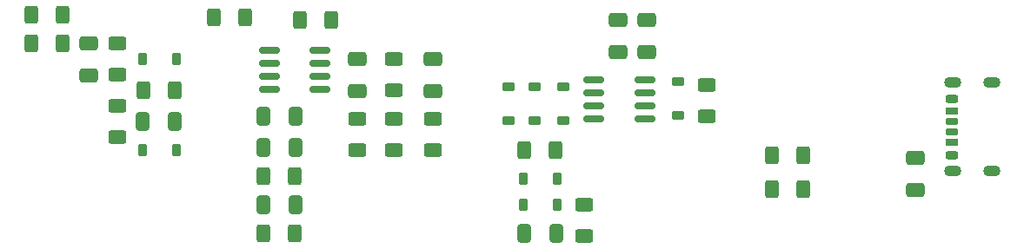
<source format=gtp>
G04 #@! TF.GenerationSoftware,KiCad,Pcbnew,8.0.2*
G04 #@! TF.CreationDate,2024-08-21T05:46:25-04:00*
G04 #@! TF.ProjectId,plugnslay,706c7567-6e73-46c6-9179-2e6b69636164,rev?*
G04 #@! TF.SameCoordinates,Original*
G04 #@! TF.FileFunction,Paste,Top*
G04 #@! TF.FilePolarity,Positive*
%FSLAX46Y46*%
G04 Gerber Fmt 4.6, Leading zero omitted, Abs format (unit mm)*
G04 Created by KiCad (PCBNEW 8.0.2) date 2024-08-21 05:46:25*
%MOMM*%
%LPD*%
G01*
G04 APERTURE LIST*
G04 Aperture macros list*
%AMRoundRect*
0 Rectangle with rounded corners*
0 $1 Rounding radius*
0 $2 $3 $4 $5 $6 $7 $8 $9 X,Y pos of 4 corners*
0 Add a 4 corners polygon primitive as box body*
4,1,4,$2,$3,$4,$5,$6,$7,$8,$9,$2,$3,0*
0 Add four circle primitives for the rounded corners*
1,1,$1+$1,$2,$3*
1,1,$1+$1,$4,$5*
1,1,$1+$1,$6,$7*
1,1,$1+$1,$8,$9*
0 Add four rect primitives between the rounded corners*
20,1,$1+$1,$2,$3,$4,$5,0*
20,1,$1+$1,$4,$5,$6,$7,0*
20,1,$1+$1,$6,$7,$8,$9,0*
20,1,$1+$1,$8,$9,$2,$3,0*%
G04 Aperture macros list end*
%ADD10RoundRect,0.250000X-0.625000X0.400000X-0.625000X-0.400000X0.625000X-0.400000X0.625000X0.400000X0*%
%ADD11RoundRect,0.175000X0.425000X-0.175000X0.425000X0.175000X-0.425000X0.175000X-0.425000X-0.175000X0*%
%ADD12RoundRect,0.190000X-0.410000X0.190000X-0.410000X-0.190000X0.410000X-0.190000X0.410000X0.190000X0*%
%ADD13RoundRect,0.200000X-0.400000X0.200000X-0.400000X-0.200000X0.400000X-0.200000X0.400000X0.200000X0*%
%ADD14RoundRect,0.175000X-0.425000X0.175000X-0.425000X-0.175000X0.425000X-0.175000X0.425000X0.175000X0*%
%ADD15RoundRect,0.190000X0.410000X-0.190000X0.410000X0.190000X-0.410000X0.190000X-0.410000X-0.190000X0*%
%ADD16RoundRect,0.200000X0.400000X-0.200000X0.400000X0.200000X-0.400000X0.200000X-0.400000X-0.200000X0*%
%ADD17O,1.700000X1.100000*%
%ADD18RoundRect,0.250000X0.625000X-0.400000X0.625000X0.400000X-0.625000X0.400000X-0.625000X-0.400000X0*%
%ADD19RoundRect,0.225000X-0.375000X0.225000X-0.375000X-0.225000X0.375000X-0.225000X0.375000X0.225000X0*%
%ADD20RoundRect,0.250000X0.650000X-0.412500X0.650000X0.412500X-0.650000X0.412500X-0.650000X-0.412500X0*%
%ADD21RoundRect,0.150000X-0.825000X-0.150000X0.825000X-0.150000X0.825000X0.150000X-0.825000X0.150000X0*%
%ADD22RoundRect,0.250000X0.400000X0.625000X-0.400000X0.625000X-0.400000X-0.625000X0.400000X-0.625000X0*%
%ADD23RoundRect,0.250000X0.412500X0.650000X-0.412500X0.650000X-0.412500X-0.650000X0.412500X-0.650000X0*%
%ADD24RoundRect,0.250000X-0.650000X0.412500X-0.650000X-0.412500X0.650000X-0.412500X0.650000X0.412500X0*%
%ADD25RoundRect,0.250000X-0.400000X-0.625000X0.400000X-0.625000X0.400000X0.625000X-0.400000X0.625000X0*%
%ADD26RoundRect,0.250000X-0.412500X-0.650000X0.412500X-0.650000X0.412500X0.650000X-0.412500X0.650000X0*%
%ADD27RoundRect,0.225000X-0.225000X-0.375000X0.225000X-0.375000X0.225000X0.375000X-0.225000X0.375000X0*%
%ADD28RoundRect,0.225000X0.225000X0.375000X-0.225000X0.375000X-0.225000X-0.375000X0.225000X-0.375000X0*%
%ADD29RoundRect,0.225000X0.375000X-0.225000X0.375000X0.225000X-0.375000X0.225000X-0.375000X-0.225000X0*%
G04 APERTURE END LIST*
D10*
X142240000Y-110972000D03*
X142240000Y-114072000D03*
D11*
X200120000Y-112260000D03*
D12*
X200120000Y-110240000D03*
D13*
X200120000Y-109010000D03*
D14*
X200120000Y-111260000D03*
D15*
X200120000Y-113280000D03*
D16*
X200120000Y-114510000D03*
D17*
X200200000Y-116080000D03*
X204000000Y-116080000D03*
X200200000Y-107440000D03*
X204000000Y-107440000D03*
D18*
X118872000Y-112776000D03*
X118872000Y-109676000D03*
D19*
X162306000Y-107824000D03*
X162306000Y-111124000D03*
D20*
X149606000Y-108242500D03*
X149606000Y-105117500D03*
D21*
X133669000Y-104267000D03*
X133669000Y-105537000D03*
X133669000Y-106807000D03*
X133669000Y-108077000D03*
X138619000Y-108077000D03*
X138619000Y-106807000D03*
X138619000Y-105537000D03*
X138619000Y-104267000D03*
D22*
X185700000Y-117856000D03*
X182600000Y-117856000D03*
D19*
X159512000Y-107824000D03*
X159512000Y-111124000D03*
D18*
X145796000Y-114072000D03*
X145796000Y-110972000D03*
D22*
X161570000Y-114046000D03*
X158470000Y-114046000D03*
D23*
X136182500Y-119380000D03*
X133057500Y-119380000D03*
D22*
X136170000Y-122174000D03*
X133070000Y-122174000D03*
D23*
X161582500Y-122174000D03*
X158457500Y-122174000D03*
D24*
X142240000Y-105117500D03*
X142240000Y-108242500D03*
D25*
X128244000Y-101092000D03*
X131344000Y-101092000D03*
D24*
X116078000Y-103593500D03*
X116078000Y-106718500D03*
D26*
X121335000Y-111252000D03*
X124460000Y-111252000D03*
D21*
X165302000Y-107134000D03*
X165302000Y-108404000D03*
X165302000Y-109674000D03*
X165302000Y-110944000D03*
X170252000Y-110944000D03*
X170252000Y-109674000D03*
X170252000Y-108404000D03*
X170252000Y-107134000D03*
D10*
X149606000Y-110972000D03*
X149606000Y-114072000D03*
D24*
X170434000Y-101307500D03*
X170434000Y-104432500D03*
D18*
X176250000Y-110770000D03*
X176250000Y-107670000D03*
D27*
X121286000Y-105156000D03*
X124586000Y-105156000D03*
D25*
X133070000Y-116586000D03*
X136170000Y-116586000D03*
X121386000Y-108204000D03*
X124486000Y-108204000D03*
D28*
X161670000Y-116840000D03*
X158370000Y-116840000D03*
D27*
X158370000Y-119380000D03*
X161670000Y-119380000D03*
D20*
X167640000Y-104432500D03*
X167640000Y-101307500D03*
D25*
X136626000Y-101346000D03*
X139726000Y-101346000D03*
D18*
X118872000Y-106706000D03*
X118872000Y-103606000D03*
D25*
X110464000Y-103632000D03*
X113564000Y-103632000D03*
D28*
X124586000Y-114046000D03*
X121286000Y-114046000D03*
D24*
X196596000Y-114808000D03*
X196596000Y-117933000D03*
D18*
X164338000Y-122454000D03*
X164338000Y-119354000D03*
D22*
X185700000Y-114554000D03*
X182600000Y-114554000D03*
D29*
X156972000Y-111124000D03*
X156972000Y-107824000D03*
D25*
X110464000Y-100838000D03*
X113564000Y-100838000D03*
D18*
X145796000Y-108230000D03*
X145796000Y-105130000D03*
D23*
X136182500Y-110744000D03*
X133057500Y-110744000D03*
D29*
X173482000Y-110616000D03*
X173482000Y-107316000D03*
D26*
X133057500Y-113792000D03*
X136182500Y-113792000D03*
M02*

</source>
